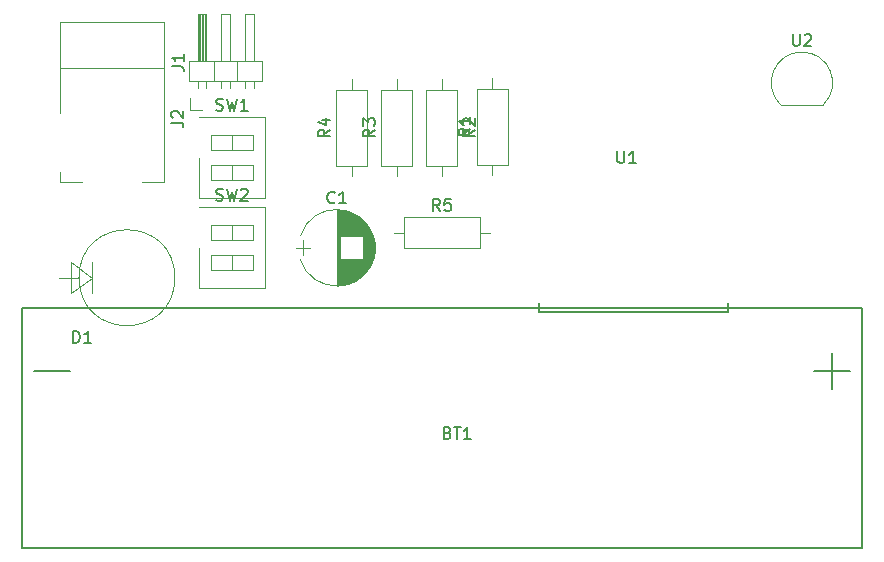
<source format=gbr>
G04 #@! TF.FileFunction,Legend,Top*
%FSLAX46Y46*%
G04 Gerber Fmt 4.6, Leading zero omitted, Abs format (unit mm)*
G04 Created by KiCad (PCBNEW 4.0.6+dfsg1-1) date Thu Nov  9 23:11:41 2017*
%MOMM*%
%LPD*%
G01*
G04 APERTURE LIST*
%ADD10C,0.100000*%
%ADD11C,0.150000*%
%ADD12C,0.120000*%
%ADD13C,0.152400*%
G04 APERTURE END LIST*
D10*
D11*
X90170000Y-95250000D02*
X161290000Y-95250000D01*
X161290000Y-115570000D02*
X161290000Y-95250000D01*
X90170000Y-115570000D02*
X161290000Y-115570000D01*
X90170000Y-95250000D02*
X90170000Y-115570000D01*
D12*
X119908440Y-89190643D02*
G75*
G03X113731764Y-89190000I-3088440J-979357D01*
G01*
X119908440Y-91149357D02*
G75*
G02X113731764Y-91150000I-3088440J979357D01*
G01*
X119908440Y-91149357D02*
G75*
G03X119908236Y-89190000I-3088440J979357D01*
G01*
X116820000Y-86970000D02*
X116820000Y-93370000D01*
X116860000Y-86970000D02*
X116860000Y-93370000D01*
X116900000Y-86970000D02*
X116900000Y-93370000D01*
X116940000Y-86972000D02*
X116940000Y-93368000D01*
X116980000Y-86973000D02*
X116980000Y-93367000D01*
X117020000Y-86976000D02*
X117020000Y-93364000D01*
X117060000Y-86978000D02*
X117060000Y-93362000D01*
X117100000Y-86982000D02*
X117100000Y-89190000D01*
X117100000Y-91150000D02*
X117100000Y-93358000D01*
X117140000Y-86985000D02*
X117140000Y-89190000D01*
X117140000Y-91150000D02*
X117140000Y-93355000D01*
X117180000Y-86990000D02*
X117180000Y-89190000D01*
X117180000Y-91150000D02*
X117180000Y-93350000D01*
X117220000Y-86994000D02*
X117220000Y-89190000D01*
X117220000Y-91150000D02*
X117220000Y-93346000D01*
X117260000Y-87000000D02*
X117260000Y-89190000D01*
X117260000Y-91150000D02*
X117260000Y-93340000D01*
X117300000Y-87005000D02*
X117300000Y-89190000D01*
X117300000Y-91150000D02*
X117300000Y-93335000D01*
X117340000Y-87012000D02*
X117340000Y-89190000D01*
X117340000Y-91150000D02*
X117340000Y-93328000D01*
X117380000Y-87018000D02*
X117380000Y-89190000D01*
X117380000Y-91150000D02*
X117380000Y-93322000D01*
X117420000Y-87026000D02*
X117420000Y-89190000D01*
X117420000Y-91150000D02*
X117420000Y-93314000D01*
X117460000Y-87033000D02*
X117460000Y-89190000D01*
X117460000Y-91150000D02*
X117460000Y-93307000D01*
X117500000Y-87042000D02*
X117500000Y-89190000D01*
X117500000Y-91150000D02*
X117500000Y-93298000D01*
X117541000Y-87051000D02*
X117541000Y-89190000D01*
X117541000Y-91150000D02*
X117541000Y-93289000D01*
X117581000Y-87060000D02*
X117581000Y-89190000D01*
X117581000Y-91150000D02*
X117581000Y-93280000D01*
X117621000Y-87070000D02*
X117621000Y-89190000D01*
X117621000Y-91150000D02*
X117621000Y-93270000D01*
X117661000Y-87080000D02*
X117661000Y-89190000D01*
X117661000Y-91150000D02*
X117661000Y-93260000D01*
X117701000Y-87091000D02*
X117701000Y-89190000D01*
X117701000Y-91150000D02*
X117701000Y-93249000D01*
X117741000Y-87103000D02*
X117741000Y-89190000D01*
X117741000Y-91150000D02*
X117741000Y-93237000D01*
X117781000Y-87115000D02*
X117781000Y-89190000D01*
X117781000Y-91150000D02*
X117781000Y-93225000D01*
X117821000Y-87128000D02*
X117821000Y-89190000D01*
X117821000Y-91150000D02*
X117821000Y-93212000D01*
X117861000Y-87141000D02*
X117861000Y-89190000D01*
X117861000Y-91150000D02*
X117861000Y-93199000D01*
X117901000Y-87155000D02*
X117901000Y-89190000D01*
X117901000Y-91150000D02*
X117901000Y-93185000D01*
X117941000Y-87169000D02*
X117941000Y-89190000D01*
X117941000Y-91150000D02*
X117941000Y-93171000D01*
X117981000Y-87184000D02*
X117981000Y-89190000D01*
X117981000Y-91150000D02*
X117981000Y-93156000D01*
X118021000Y-87200000D02*
X118021000Y-89190000D01*
X118021000Y-91150000D02*
X118021000Y-93140000D01*
X118061000Y-87216000D02*
X118061000Y-89190000D01*
X118061000Y-91150000D02*
X118061000Y-93124000D01*
X118101000Y-87233000D02*
X118101000Y-89190000D01*
X118101000Y-91150000D02*
X118101000Y-93107000D01*
X118141000Y-87251000D02*
X118141000Y-89190000D01*
X118141000Y-91150000D02*
X118141000Y-93089000D01*
X118181000Y-87269000D02*
X118181000Y-89190000D01*
X118181000Y-91150000D02*
X118181000Y-93071000D01*
X118221000Y-87288000D02*
X118221000Y-89190000D01*
X118221000Y-91150000D02*
X118221000Y-93052000D01*
X118261000Y-87307000D02*
X118261000Y-89190000D01*
X118261000Y-91150000D02*
X118261000Y-93033000D01*
X118301000Y-87327000D02*
X118301000Y-89190000D01*
X118301000Y-91150000D02*
X118301000Y-93013000D01*
X118341000Y-87348000D02*
X118341000Y-89190000D01*
X118341000Y-91150000D02*
X118341000Y-92992000D01*
X118381000Y-87370000D02*
X118381000Y-89190000D01*
X118381000Y-91150000D02*
X118381000Y-92970000D01*
X118421000Y-87392000D02*
X118421000Y-89190000D01*
X118421000Y-91150000D02*
X118421000Y-92948000D01*
X118461000Y-87415000D02*
X118461000Y-89190000D01*
X118461000Y-91150000D02*
X118461000Y-92925000D01*
X118501000Y-87439000D02*
X118501000Y-89190000D01*
X118501000Y-91150000D02*
X118501000Y-92901000D01*
X118541000Y-87464000D02*
X118541000Y-89190000D01*
X118541000Y-91150000D02*
X118541000Y-92876000D01*
X118581000Y-87489000D02*
X118581000Y-89190000D01*
X118581000Y-91150000D02*
X118581000Y-92851000D01*
X118621000Y-87516000D02*
X118621000Y-89190000D01*
X118621000Y-91150000D02*
X118621000Y-92824000D01*
X118661000Y-87543000D02*
X118661000Y-89190000D01*
X118661000Y-91150000D02*
X118661000Y-92797000D01*
X118701000Y-87571000D02*
X118701000Y-89190000D01*
X118701000Y-91150000D02*
X118701000Y-92769000D01*
X118741000Y-87600000D02*
X118741000Y-89190000D01*
X118741000Y-91150000D02*
X118741000Y-92740000D01*
X118781000Y-87630000D02*
X118781000Y-89190000D01*
X118781000Y-91150000D02*
X118781000Y-92710000D01*
X118821000Y-87660000D02*
X118821000Y-89190000D01*
X118821000Y-91150000D02*
X118821000Y-92680000D01*
X118861000Y-87692000D02*
X118861000Y-89190000D01*
X118861000Y-91150000D02*
X118861000Y-92648000D01*
X118901000Y-87725000D02*
X118901000Y-89190000D01*
X118901000Y-91150000D02*
X118901000Y-92615000D01*
X118941000Y-87759000D02*
X118941000Y-89190000D01*
X118941000Y-91150000D02*
X118941000Y-92581000D01*
X118981000Y-87795000D02*
X118981000Y-89190000D01*
X118981000Y-91150000D02*
X118981000Y-92545000D01*
X119021000Y-87831000D02*
X119021000Y-89190000D01*
X119021000Y-91150000D02*
X119021000Y-92509000D01*
X119061000Y-87869000D02*
X119061000Y-92471000D01*
X119101000Y-87908000D02*
X119101000Y-92432000D01*
X119141000Y-87948000D02*
X119141000Y-92392000D01*
X119181000Y-87990000D02*
X119181000Y-92350000D01*
X119221000Y-88033000D02*
X119221000Y-92307000D01*
X119261000Y-88078000D02*
X119261000Y-92262000D01*
X119301000Y-88125000D02*
X119301000Y-92215000D01*
X119341000Y-88173000D02*
X119341000Y-92167000D01*
X119381000Y-88224000D02*
X119381000Y-92116000D01*
X119421000Y-88276000D02*
X119421000Y-92064000D01*
X119461000Y-88331000D02*
X119461000Y-92009000D01*
X119501000Y-88389000D02*
X119501000Y-91951000D01*
X119541000Y-88449000D02*
X119541000Y-91891000D01*
X119581000Y-88512000D02*
X119581000Y-91828000D01*
X119621000Y-88579000D02*
X119621000Y-91761000D01*
X119661000Y-88650000D02*
X119661000Y-91690000D01*
X119701000Y-88725000D02*
X119701000Y-91615000D01*
X119741000Y-88806000D02*
X119741000Y-91534000D01*
X119781000Y-88892000D02*
X119781000Y-91448000D01*
X119821000Y-88986000D02*
X119821000Y-91354000D01*
X119861000Y-89089000D02*
X119861000Y-91251000D01*
X119901000Y-89204000D02*
X119901000Y-91136000D01*
X119941000Y-89336000D02*
X119941000Y-91004000D01*
X119981000Y-89494000D02*
X119981000Y-90846000D01*
X120021000Y-89702000D02*
X120021000Y-90638000D01*
X113370000Y-90170000D02*
X114570000Y-90170000D01*
X113970000Y-89520000D02*
X113970000Y-90820000D01*
X103120000Y-92710000D02*
G75*
G03X103120000Y-92710000I-4060000J0D01*
G01*
X95000000Y-92710000D02*
X93340000Y-92710000D01*
X96139000Y-94043500D02*
X96139000Y-91376500D01*
X96139000Y-92710000D02*
X94361000Y-94043500D01*
X94361000Y-94043500D02*
X94361000Y-91376500D01*
X94361000Y-91376500D02*
X96139000Y-92710000D01*
X104290000Y-76090000D02*
X106410000Y-76090000D01*
X106410000Y-76090000D02*
X106410000Y-74350000D01*
X106410000Y-74350000D02*
X104290000Y-74350000D01*
X104290000Y-74350000D02*
X104290000Y-76090000D01*
X105040000Y-74350000D02*
X105780000Y-74350000D01*
X105780000Y-74350000D02*
X105780000Y-70350000D01*
X105780000Y-70350000D02*
X105040000Y-70350000D01*
X105040000Y-70350000D02*
X105040000Y-74350000D01*
X105040000Y-76675000D02*
X105040000Y-76090000D01*
X105780000Y-76675000D02*
X105780000Y-76090000D01*
X105160000Y-74350000D02*
X105160000Y-70350000D01*
X105280000Y-74350000D02*
X105280000Y-70350000D01*
X105400000Y-74350000D02*
X105400000Y-70350000D01*
X105520000Y-74350000D02*
X105520000Y-70350000D01*
X105640000Y-74350000D02*
X105640000Y-70350000D01*
X105760000Y-74350000D02*
X105760000Y-70350000D01*
X106410000Y-76090000D02*
X108410000Y-76090000D01*
X108410000Y-76090000D02*
X108410000Y-74350000D01*
X108410000Y-74350000D02*
X106410000Y-74350000D01*
X106410000Y-74350000D02*
X106410000Y-76090000D01*
X107040000Y-74350000D02*
X107780000Y-74350000D01*
X107780000Y-74350000D02*
X107780000Y-70350000D01*
X107780000Y-70350000D02*
X107040000Y-70350000D01*
X107040000Y-70350000D02*
X107040000Y-74350000D01*
X107040000Y-76675000D02*
X107040000Y-76090000D01*
X107780000Y-76675000D02*
X107780000Y-76090000D01*
X108410000Y-76090000D02*
X110530000Y-76090000D01*
X110530000Y-76090000D02*
X110530000Y-74350000D01*
X110530000Y-74350000D02*
X108410000Y-74350000D01*
X108410000Y-74350000D02*
X108410000Y-76090000D01*
X109040000Y-74350000D02*
X109780000Y-74350000D01*
X109780000Y-74350000D02*
X109780000Y-70350000D01*
X109780000Y-70350000D02*
X109040000Y-70350000D01*
X109040000Y-70350000D02*
X109040000Y-74350000D01*
X109040000Y-76675000D02*
X109040000Y-76090000D01*
X109780000Y-76675000D02*
X109780000Y-76090000D01*
X105410000Y-78470000D02*
X104410000Y-78470000D01*
X104410000Y-78470000D02*
X104410000Y-77470000D01*
X102190000Y-74940000D02*
X93390000Y-74940000D01*
X93390000Y-78740000D02*
X93390000Y-71040000D01*
X93390000Y-71040000D02*
X102190000Y-71040000D01*
X102190000Y-71040000D02*
X102190000Y-71240000D01*
X95240000Y-84640000D02*
X93390000Y-84640000D01*
X93390000Y-84640000D02*
X93390000Y-83790000D01*
X102190000Y-71140000D02*
X102190000Y-84640000D01*
X102190000Y-84640000D02*
X100340000Y-84640000D01*
X128690000Y-83130000D02*
X131310000Y-83130000D01*
X131310000Y-83130000D02*
X131310000Y-76710000D01*
X131310000Y-76710000D02*
X128690000Y-76710000D01*
X128690000Y-76710000D02*
X128690000Y-83130000D01*
X130000000Y-84020000D02*
X130000000Y-83130000D01*
X130000000Y-75820000D02*
X130000000Y-76710000D01*
X127040000Y-76800000D02*
X124420000Y-76800000D01*
X124420000Y-76800000D02*
X124420000Y-83220000D01*
X124420000Y-83220000D02*
X127040000Y-83220000D01*
X127040000Y-83220000D02*
X127040000Y-76800000D01*
X125730000Y-75910000D02*
X125730000Y-76800000D01*
X125730000Y-84110000D02*
X125730000Y-83220000D01*
X120610000Y-83220000D02*
X123230000Y-83220000D01*
X123230000Y-83220000D02*
X123230000Y-76800000D01*
X123230000Y-76800000D02*
X120610000Y-76800000D01*
X120610000Y-76800000D02*
X120610000Y-83220000D01*
X121920000Y-84110000D02*
X121920000Y-83220000D01*
X121920000Y-75910000D02*
X121920000Y-76800000D01*
X116800000Y-83220000D02*
X119420000Y-83220000D01*
X119420000Y-83220000D02*
X119420000Y-76800000D01*
X119420000Y-76800000D02*
X116800000Y-76800000D01*
X116800000Y-76800000D02*
X116800000Y-83220000D01*
X118110000Y-84110000D02*
X118110000Y-83220000D01*
X118110000Y-75910000D02*
X118110000Y-76800000D01*
X122520000Y-87590000D02*
X122520000Y-90210000D01*
X122520000Y-90210000D02*
X128940000Y-90210000D01*
X128940000Y-90210000D02*
X128940000Y-87590000D01*
X128940000Y-87590000D02*
X122520000Y-87590000D01*
X121630000Y-88900000D02*
X122520000Y-88900000D01*
X129830000Y-88900000D02*
X128940000Y-88900000D01*
X105180000Y-79110000D02*
X110720000Y-79110000D01*
X110720000Y-79110000D02*
X110720000Y-85990000D01*
X110720000Y-85990000D02*
X105180000Y-85990000D01*
X105180000Y-85990000D02*
X105180000Y-82550000D01*
X106140000Y-80645000D02*
X106140000Y-81915000D01*
X106140000Y-81915000D02*
X109760000Y-81915000D01*
X109760000Y-81915000D02*
X109760000Y-80645000D01*
X109760000Y-80645000D02*
X106140000Y-80645000D01*
X107950000Y-80645000D02*
X107950000Y-81915000D01*
X106140000Y-83185000D02*
X106140000Y-84455000D01*
X106140000Y-84455000D02*
X109760000Y-84455000D01*
X109760000Y-84455000D02*
X109760000Y-83185000D01*
X109760000Y-83185000D02*
X106140000Y-83185000D01*
X107950000Y-83185000D02*
X107950000Y-84455000D01*
X105180000Y-86730000D02*
X110720000Y-86730000D01*
X110720000Y-86730000D02*
X110720000Y-93610000D01*
X110720000Y-93610000D02*
X105180000Y-93610000D01*
X105180000Y-93610000D02*
X105180000Y-90170000D01*
X106140000Y-88265000D02*
X106140000Y-89535000D01*
X106140000Y-89535000D02*
X109760000Y-89535000D01*
X109760000Y-89535000D02*
X109760000Y-88265000D01*
X109760000Y-88265000D02*
X106140000Y-88265000D01*
X107950000Y-88265000D02*
X107950000Y-89535000D01*
X106140000Y-90805000D02*
X106140000Y-92075000D01*
X106140000Y-92075000D02*
X109760000Y-92075000D01*
X109760000Y-92075000D02*
X109760000Y-90805000D01*
X109760000Y-90805000D02*
X106140000Y-90805000D01*
X107950000Y-90805000D02*
X107950000Y-92075000D01*
D13*
X133984000Y-94859000D02*
X133984000Y-95621000D01*
X133984000Y-95621000D02*
X149986000Y-95621000D01*
X149986000Y-95621000D02*
X149986000Y-94859000D01*
D12*
X154410000Y-78050000D02*
X158010000Y-78050000D01*
X154371522Y-78038478D02*
G75*
G02X156210000Y-73600000I1838478J1838478D01*
G01*
X158048478Y-78038478D02*
G75*
G03X156210000Y-73600000I-1838478J1838478D01*
G01*
D11*
X126214286Y-105838571D02*
X126357143Y-105886190D01*
X126404762Y-105933810D01*
X126452381Y-106029048D01*
X126452381Y-106171905D01*
X126404762Y-106267143D01*
X126357143Y-106314762D01*
X126261905Y-106362381D01*
X125880952Y-106362381D01*
X125880952Y-105362381D01*
X126214286Y-105362381D01*
X126309524Y-105410000D01*
X126357143Y-105457619D01*
X126404762Y-105552857D01*
X126404762Y-105648095D01*
X126357143Y-105743333D01*
X126309524Y-105790952D01*
X126214286Y-105838571D01*
X125880952Y-105838571D01*
X126738095Y-105362381D02*
X127309524Y-105362381D01*
X127023809Y-106362381D02*
X127023809Y-105362381D01*
X128166667Y-106362381D02*
X127595238Y-106362381D01*
X127880952Y-106362381D02*
X127880952Y-105362381D01*
X127785714Y-105505238D01*
X127690476Y-105600476D01*
X127595238Y-105648095D01*
X91186191Y-100615714D02*
X94233810Y-100615714D01*
X157226191Y-100615714D02*
X160273810Y-100615714D01*
X158750000Y-102139524D02*
X158750000Y-99091905D01*
X116653334Y-86317143D02*
X116605715Y-86364762D01*
X116462858Y-86412381D01*
X116367620Y-86412381D01*
X116224762Y-86364762D01*
X116129524Y-86269524D01*
X116081905Y-86174286D01*
X116034286Y-85983810D01*
X116034286Y-85840952D01*
X116081905Y-85650476D01*
X116129524Y-85555238D01*
X116224762Y-85460000D01*
X116367620Y-85412381D01*
X116462858Y-85412381D01*
X116605715Y-85460000D01*
X116653334Y-85507619D01*
X117605715Y-86412381D02*
X117034286Y-86412381D01*
X117320000Y-86412381D02*
X117320000Y-85412381D01*
X117224762Y-85555238D01*
X117129524Y-85650476D01*
X117034286Y-85698095D01*
X94511905Y-98222381D02*
X94511905Y-97222381D01*
X94750000Y-97222381D01*
X94892858Y-97270000D01*
X94988096Y-97365238D01*
X95035715Y-97460476D01*
X95083334Y-97650952D01*
X95083334Y-97793810D01*
X95035715Y-97984286D01*
X94988096Y-98079524D01*
X94892858Y-98174762D01*
X94750000Y-98222381D01*
X94511905Y-98222381D01*
X96035715Y-98222381D02*
X95464286Y-98222381D01*
X95750000Y-98222381D02*
X95750000Y-97222381D01*
X95654762Y-97365238D01*
X95559524Y-97460476D01*
X95464286Y-97508095D01*
X102862381Y-74803333D02*
X103576667Y-74803333D01*
X103719524Y-74850953D01*
X103814762Y-74946191D01*
X103862381Y-75089048D01*
X103862381Y-75184286D01*
X103862381Y-73803333D02*
X103862381Y-74374762D01*
X103862381Y-74089048D02*
X102862381Y-74089048D01*
X103005238Y-74184286D01*
X103100476Y-74279524D01*
X103148095Y-74374762D01*
X102832381Y-79583333D02*
X103546667Y-79583333D01*
X103689524Y-79630953D01*
X103784762Y-79726191D01*
X103832381Y-79869048D01*
X103832381Y-79964286D01*
X102927619Y-79154762D02*
X102880000Y-79107143D01*
X102832381Y-79011905D01*
X102832381Y-78773809D01*
X102880000Y-78678571D01*
X102927619Y-78630952D01*
X103022857Y-78583333D01*
X103118095Y-78583333D01*
X103260952Y-78630952D01*
X103832381Y-79202381D01*
X103832381Y-78583333D01*
X128142381Y-80086666D02*
X127666190Y-80420000D01*
X128142381Y-80658095D02*
X127142381Y-80658095D01*
X127142381Y-80277142D01*
X127190000Y-80181904D01*
X127237619Y-80134285D01*
X127332857Y-80086666D01*
X127475714Y-80086666D01*
X127570952Y-80134285D01*
X127618571Y-80181904D01*
X127666190Y-80277142D01*
X127666190Y-80658095D01*
X128142381Y-79134285D02*
X128142381Y-79705714D01*
X128142381Y-79420000D02*
X127142381Y-79420000D01*
X127285238Y-79515238D01*
X127380476Y-79610476D01*
X127428095Y-79705714D01*
X128492381Y-80176666D02*
X128016190Y-80510000D01*
X128492381Y-80748095D02*
X127492381Y-80748095D01*
X127492381Y-80367142D01*
X127540000Y-80271904D01*
X127587619Y-80224285D01*
X127682857Y-80176666D01*
X127825714Y-80176666D01*
X127920952Y-80224285D01*
X127968571Y-80271904D01*
X128016190Y-80367142D01*
X128016190Y-80748095D01*
X127587619Y-79795714D02*
X127540000Y-79748095D01*
X127492381Y-79652857D01*
X127492381Y-79414761D01*
X127540000Y-79319523D01*
X127587619Y-79271904D01*
X127682857Y-79224285D01*
X127778095Y-79224285D01*
X127920952Y-79271904D01*
X128492381Y-79843333D01*
X128492381Y-79224285D01*
X120062381Y-80176666D02*
X119586190Y-80510000D01*
X120062381Y-80748095D02*
X119062381Y-80748095D01*
X119062381Y-80367142D01*
X119110000Y-80271904D01*
X119157619Y-80224285D01*
X119252857Y-80176666D01*
X119395714Y-80176666D01*
X119490952Y-80224285D01*
X119538571Y-80271904D01*
X119586190Y-80367142D01*
X119586190Y-80748095D01*
X119062381Y-79843333D02*
X119062381Y-79224285D01*
X119443333Y-79557619D01*
X119443333Y-79414761D01*
X119490952Y-79319523D01*
X119538571Y-79271904D01*
X119633810Y-79224285D01*
X119871905Y-79224285D01*
X119967143Y-79271904D01*
X120014762Y-79319523D01*
X120062381Y-79414761D01*
X120062381Y-79700476D01*
X120014762Y-79795714D01*
X119967143Y-79843333D01*
X116252381Y-80176666D02*
X115776190Y-80510000D01*
X116252381Y-80748095D02*
X115252381Y-80748095D01*
X115252381Y-80367142D01*
X115300000Y-80271904D01*
X115347619Y-80224285D01*
X115442857Y-80176666D01*
X115585714Y-80176666D01*
X115680952Y-80224285D01*
X115728571Y-80271904D01*
X115776190Y-80367142D01*
X115776190Y-80748095D01*
X115585714Y-79319523D02*
X116252381Y-79319523D01*
X115204762Y-79557619D02*
X115919048Y-79795714D01*
X115919048Y-79176666D01*
X125563334Y-87042381D02*
X125230000Y-86566190D01*
X124991905Y-87042381D02*
X124991905Y-86042381D01*
X125372858Y-86042381D01*
X125468096Y-86090000D01*
X125515715Y-86137619D01*
X125563334Y-86232857D01*
X125563334Y-86375714D01*
X125515715Y-86470952D01*
X125468096Y-86518571D01*
X125372858Y-86566190D01*
X124991905Y-86566190D01*
X126468096Y-86042381D02*
X125991905Y-86042381D01*
X125944286Y-86518571D01*
X125991905Y-86470952D01*
X126087143Y-86423333D01*
X126325239Y-86423333D01*
X126420477Y-86470952D01*
X126468096Y-86518571D01*
X126515715Y-86613810D01*
X126515715Y-86851905D01*
X126468096Y-86947143D01*
X126420477Y-86994762D01*
X126325239Y-87042381D01*
X126087143Y-87042381D01*
X125991905Y-86994762D01*
X125944286Y-86947143D01*
X106616667Y-78514762D02*
X106759524Y-78562381D01*
X106997620Y-78562381D01*
X107092858Y-78514762D01*
X107140477Y-78467143D01*
X107188096Y-78371905D01*
X107188096Y-78276667D01*
X107140477Y-78181429D01*
X107092858Y-78133810D01*
X106997620Y-78086190D01*
X106807143Y-78038571D01*
X106711905Y-77990952D01*
X106664286Y-77943333D01*
X106616667Y-77848095D01*
X106616667Y-77752857D01*
X106664286Y-77657619D01*
X106711905Y-77610000D01*
X106807143Y-77562381D01*
X107045239Y-77562381D01*
X107188096Y-77610000D01*
X107521429Y-77562381D02*
X107759524Y-78562381D01*
X107950001Y-77848095D01*
X108140477Y-78562381D01*
X108378572Y-77562381D01*
X109283334Y-78562381D02*
X108711905Y-78562381D01*
X108997619Y-78562381D02*
X108997619Y-77562381D01*
X108902381Y-77705238D01*
X108807143Y-77800476D01*
X108711905Y-77848095D01*
X106616667Y-86134762D02*
X106759524Y-86182381D01*
X106997620Y-86182381D01*
X107092858Y-86134762D01*
X107140477Y-86087143D01*
X107188096Y-85991905D01*
X107188096Y-85896667D01*
X107140477Y-85801429D01*
X107092858Y-85753810D01*
X106997620Y-85706190D01*
X106807143Y-85658571D01*
X106711905Y-85610952D01*
X106664286Y-85563333D01*
X106616667Y-85468095D01*
X106616667Y-85372857D01*
X106664286Y-85277619D01*
X106711905Y-85230000D01*
X106807143Y-85182381D01*
X107045239Y-85182381D01*
X107188096Y-85230000D01*
X107521429Y-85182381D02*
X107759524Y-86182381D01*
X107950001Y-85468095D01*
X108140477Y-86182381D01*
X108378572Y-85182381D01*
X108711905Y-85277619D02*
X108759524Y-85230000D01*
X108854762Y-85182381D01*
X109092858Y-85182381D01*
X109188096Y-85230000D01*
X109235715Y-85277619D01*
X109283334Y-85372857D01*
X109283334Y-85468095D01*
X109235715Y-85610952D01*
X108664286Y-86182381D01*
X109283334Y-86182381D01*
X140588095Y-81992381D02*
X140588095Y-82801905D01*
X140635714Y-82897143D01*
X140683333Y-82944762D01*
X140778571Y-82992381D01*
X140969048Y-82992381D01*
X141064286Y-82944762D01*
X141111905Y-82897143D01*
X141159524Y-82801905D01*
X141159524Y-81992381D01*
X142159524Y-82992381D02*
X141588095Y-82992381D01*
X141873809Y-82992381D02*
X141873809Y-81992381D01*
X141778571Y-82135238D01*
X141683333Y-82230476D01*
X141588095Y-82278095D01*
X155448095Y-72096381D02*
X155448095Y-72905905D01*
X155495714Y-73001143D01*
X155543333Y-73048762D01*
X155638571Y-73096381D01*
X155829048Y-73096381D01*
X155924286Y-73048762D01*
X155971905Y-73001143D01*
X156019524Y-72905905D01*
X156019524Y-72096381D01*
X156448095Y-72191619D02*
X156495714Y-72144000D01*
X156590952Y-72096381D01*
X156829048Y-72096381D01*
X156924286Y-72144000D01*
X156971905Y-72191619D01*
X157019524Y-72286857D01*
X157019524Y-72382095D01*
X156971905Y-72524952D01*
X156400476Y-73096381D01*
X157019524Y-73096381D01*
M02*

</source>
